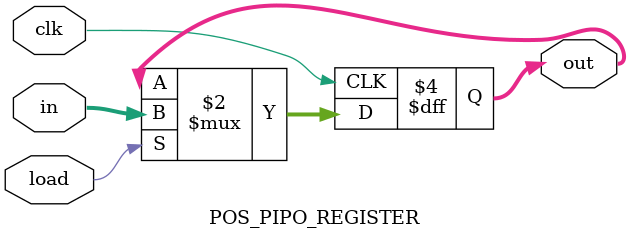
<source format=v>

`timescale 1ns/1ps

module POS_PIPO_REGISTER(clk, load, out, in);
	input clk, load;
	input[1:0] in;
	output reg[1:0] out;

	always @(posedge clk) begin
		if (load)
			out <= in;
	end
endmodule

</source>
